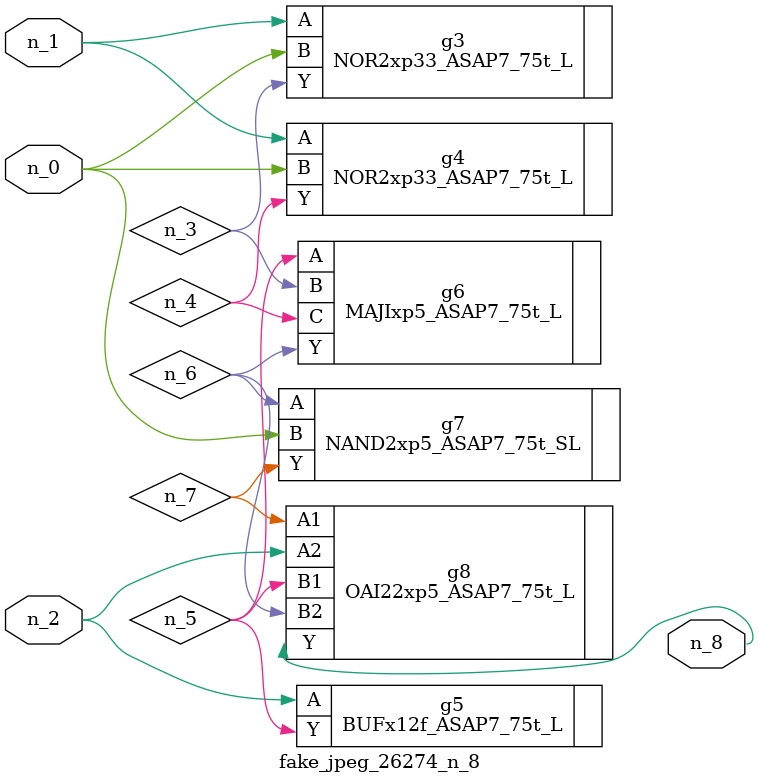
<source format=v>
module fake_jpeg_26274_n_8 (n_0, n_2, n_1, n_8);

input n_0;
input n_2;
input n_1;

output n_8;

wire n_3;
wire n_4;
wire n_6;
wire n_5;
wire n_7;

NOR2xp33_ASAP7_75t_L g3 ( 
.A(n_1),
.B(n_0),
.Y(n_3)
);

NOR2xp33_ASAP7_75t_L g4 ( 
.A(n_1),
.B(n_0),
.Y(n_4)
);

BUFx12f_ASAP7_75t_L g5 ( 
.A(n_2),
.Y(n_5)
);

MAJIxp5_ASAP7_75t_L g6 ( 
.A(n_5),
.B(n_3),
.C(n_4),
.Y(n_6)
);

NAND2xp5_ASAP7_75t_SL g7 ( 
.A(n_6),
.B(n_0),
.Y(n_7)
);

OAI22xp5_ASAP7_75t_L g8 ( 
.A1(n_7),
.A2(n_2),
.B1(n_5),
.B2(n_6),
.Y(n_8)
);


endmodule
</source>
